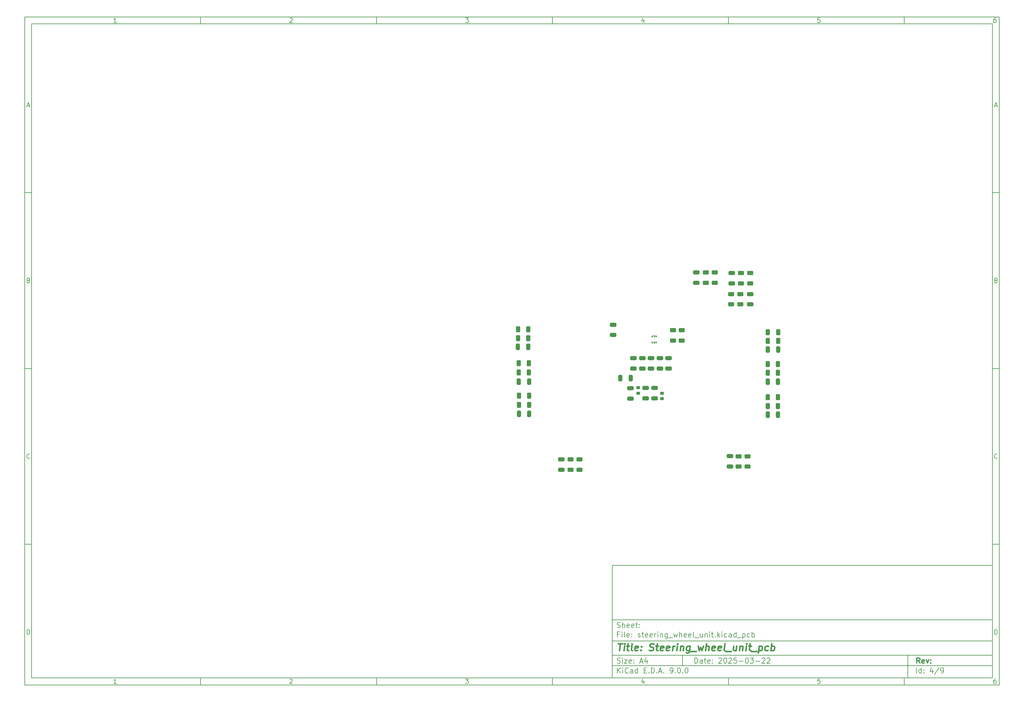
<source format=gbr>
%TF.GenerationSoftware,KiCad,Pcbnew,9.0.0*%
%TF.CreationDate,2025-04-02T22:26:08+02:00*%
%TF.ProjectId,steering_wheel_unit,73746565-7269-46e6-975f-776865656c5f,rev?*%
%TF.SameCoordinates,Original*%
%TF.FileFunction,Paste,Bot*%
%TF.FilePolarity,Positive*%
%FSLAX46Y46*%
G04 Gerber Fmt 4.6, Leading zero omitted, Abs format (unit mm)*
G04 Created by KiCad (PCBNEW 9.0.0) date 2025-04-02 22:26:08*
%MOMM*%
%LPD*%
G01*
G04 APERTURE LIST*
G04 Aperture macros list*
%AMRoundRect*
0 Rectangle with rounded corners*
0 $1 Rounding radius*
0 $2 $3 $4 $5 $6 $7 $8 $9 X,Y pos of 4 corners*
0 Add a 4 corners polygon primitive as box body*
4,1,4,$2,$3,$4,$5,$6,$7,$8,$9,$2,$3,0*
0 Add four circle primitives for the rounded corners*
1,1,$1+$1,$2,$3*
1,1,$1+$1,$4,$5*
1,1,$1+$1,$6,$7*
1,1,$1+$1,$8,$9*
0 Add four rect primitives between the rounded corners*
20,1,$1+$1,$2,$3,$4,$5,0*
20,1,$1+$1,$4,$5,$6,$7,0*
20,1,$1+$1,$6,$7,$8,$9,0*
20,1,$1+$1,$8,$9,$2,$3,0*%
G04 Aperture macros list end*
%ADD10C,0.100000*%
%ADD11C,0.150000*%
%ADD12C,0.300000*%
%ADD13C,0.400000*%
%ADD14RoundRect,0.250000X0.650000X-0.325000X0.650000X0.325000X-0.650000X0.325000X-0.650000X-0.325000X0*%
%ADD15RoundRect,0.250000X-0.650000X0.325000X-0.650000X-0.325000X0.650000X-0.325000X0.650000X0.325000X0*%
%ADD16RoundRect,0.250000X-0.312500X-0.625000X0.312500X-0.625000X0.312500X0.625000X-0.312500X0.625000X0*%
%ADD17RoundRect,0.250000X0.625000X-0.312500X0.625000X0.312500X-0.625000X0.312500X-0.625000X-0.312500X0*%
%ADD18RoundRect,0.250000X0.325000X0.650000X-0.325000X0.650000X-0.325000X-0.650000X0.325000X-0.650000X0*%
%ADD19RoundRect,0.093750X-0.093750X0.156250X-0.093750X-0.156250X0.093750X-0.156250X0.093750X0.156250X0*%
%ADD20RoundRect,0.075000X-0.075000X0.250000X-0.075000X-0.250000X0.075000X-0.250000X0.075000X0.250000X0*%
%ADD21RoundRect,0.250000X-0.325000X-0.650000X0.325000X-0.650000X0.325000X0.650000X-0.325000X0.650000X0*%
%ADD22RoundRect,0.250000X-0.625000X0.312500X-0.625000X-0.312500X0.625000X-0.312500X0.625000X0.312500X0*%
%ADD23RoundRect,0.135000X0.350000X-0.315000X0.350000X0.315000X-0.350000X0.315000X-0.350000X-0.315000X0*%
%ADD24RoundRect,0.250000X0.312500X0.625000X-0.312500X0.625000X-0.312500X-0.625000X0.312500X-0.625000X0*%
G04 APERTURE END LIST*
D10*
D11*
X177002200Y-166007200D02*
X285002200Y-166007200D01*
X285002200Y-198007200D01*
X177002200Y-198007200D01*
X177002200Y-166007200D01*
D10*
D11*
X10000000Y-10000000D02*
X287002200Y-10000000D01*
X287002200Y-200007200D01*
X10000000Y-200007200D01*
X10000000Y-10000000D01*
D10*
D11*
X12000000Y-12000000D02*
X285002200Y-12000000D01*
X285002200Y-198007200D01*
X12000000Y-198007200D01*
X12000000Y-12000000D01*
D10*
D11*
X60000000Y-12000000D02*
X60000000Y-10000000D01*
D10*
D11*
X110000000Y-12000000D02*
X110000000Y-10000000D01*
D10*
D11*
X160000000Y-12000000D02*
X160000000Y-10000000D01*
D10*
D11*
X210000000Y-12000000D02*
X210000000Y-10000000D01*
D10*
D11*
X260000000Y-12000000D02*
X260000000Y-10000000D01*
D10*
D11*
X36089160Y-11593604D02*
X35346303Y-11593604D01*
X35717731Y-11593604D02*
X35717731Y-10293604D01*
X35717731Y-10293604D02*
X35593922Y-10479319D01*
X35593922Y-10479319D02*
X35470112Y-10603128D01*
X35470112Y-10603128D02*
X35346303Y-10665033D01*
D10*
D11*
X85346303Y-10417414D02*
X85408207Y-10355509D01*
X85408207Y-10355509D02*
X85532017Y-10293604D01*
X85532017Y-10293604D02*
X85841541Y-10293604D01*
X85841541Y-10293604D02*
X85965350Y-10355509D01*
X85965350Y-10355509D02*
X86027255Y-10417414D01*
X86027255Y-10417414D02*
X86089160Y-10541223D01*
X86089160Y-10541223D02*
X86089160Y-10665033D01*
X86089160Y-10665033D02*
X86027255Y-10850747D01*
X86027255Y-10850747D02*
X85284398Y-11593604D01*
X85284398Y-11593604D02*
X86089160Y-11593604D01*
D10*
D11*
X135284398Y-10293604D02*
X136089160Y-10293604D01*
X136089160Y-10293604D02*
X135655826Y-10788842D01*
X135655826Y-10788842D02*
X135841541Y-10788842D01*
X135841541Y-10788842D02*
X135965350Y-10850747D01*
X135965350Y-10850747D02*
X136027255Y-10912652D01*
X136027255Y-10912652D02*
X136089160Y-11036461D01*
X136089160Y-11036461D02*
X136089160Y-11345985D01*
X136089160Y-11345985D02*
X136027255Y-11469795D01*
X136027255Y-11469795D02*
X135965350Y-11531700D01*
X135965350Y-11531700D02*
X135841541Y-11593604D01*
X135841541Y-11593604D02*
X135470112Y-11593604D01*
X135470112Y-11593604D02*
X135346303Y-11531700D01*
X135346303Y-11531700D02*
X135284398Y-11469795D01*
D10*
D11*
X185965350Y-10726938D02*
X185965350Y-11593604D01*
X185655826Y-10231700D02*
X185346303Y-11160271D01*
X185346303Y-11160271D02*
X186151064Y-11160271D01*
D10*
D11*
X236027255Y-10293604D02*
X235408207Y-10293604D01*
X235408207Y-10293604D02*
X235346303Y-10912652D01*
X235346303Y-10912652D02*
X235408207Y-10850747D01*
X235408207Y-10850747D02*
X235532017Y-10788842D01*
X235532017Y-10788842D02*
X235841541Y-10788842D01*
X235841541Y-10788842D02*
X235965350Y-10850747D01*
X235965350Y-10850747D02*
X236027255Y-10912652D01*
X236027255Y-10912652D02*
X236089160Y-11036461D01*
X236089160Y-11036461D02*
X236089160Y-11345985D01*
X236089160Y-11345985D02*
X236027255Y-11469795D01*
X236027255Y-11469795D02*
X235965350Y-11531700D01*
X235965350Y-11531700D02*
X235841541Y-11593604D01*
X235841541Y-11593604D02*
X235532017Y-11593604D01*
X235532017Y-11593604D02*
X235408207Y-11531700D01*
X235408207Y-11531700D02*
X235346303Y-11469795D01*
D10*
D11*
X285965350Y-10293604D02*
X285717731Y-10293604D01*
X285717731Y-10293604D02*
X285593922Y-10355509D01*
X285593922Y-10355509D02*
X285532017Y-10417414D01*
X285532017Y-10417414D02*
X285408207Y-10603128D01*
X285408207Y-10603128D02*
X285346303Y-10850747D01*
X285346303Y-10850747D02*
X285346303Y-11345985D01*
X285346303Y-11345985D02*
X285408207Y-11469795D01*
X285408207Y-11469795D02*
X285470112Y-11531700D01*
X285470112Y-11531700D02*
X285593922Y-11593604D01*
X285593922Y-11593604D02*
X285841541Y-11593604D01*
X285841541Y-11593604D02*
X285965350Y-11531700D01*
X285965350Y-11531700D02*
X286027255Y-11469795D01*
X286027255Y-11469795D02*
X286089160Y-11345985D01*
X286089160Y-11345985D02*
X286089160Y-11036461D01*
X286089160Y-11036461D02*
X286027255Y-10912652D01*
X286027255Y-10912652D02*
X285965350Y-10850747D01*
X285965350Y-10850747D02*
X285841541Y-10788842D01*
X285841541Y-10788842D02*
X285593922Y-10788842D01*
X285593922Y-10788842D02*
X285470112Y-10850747D01*
X285470112Y-10850747D02*
X285408207Y-10912652D01*
X285408207Y-10912652D02*
X285346303Y-11036461D01*
D10*
D11*
X60000000Y-198007200D02*
X60000000Y-200007200D01*
D10*
D11*
X110000000Y-198007200D02*
X110000000Y-200007200D01*
D10*
D11*
X160000000Y-198007200D02*
X160000000Y-200007200D01*
D10*
D11*
X210000000Y-198007200D02*
X210000000Y-200007200D01*
D10*
D11*
X260000000Y-198007200D02*
X260000000Y-200007200D01*
D10*
D11*
X36089160Y-199600804D02*
X35346303Y-199600804D01*
X35717731Y-199600804D02*
X35717731Y-198300804D01*
X35717731Y-198300804D02*
X35593922Y-198486519D01*
X35593922Y-198486519D02*
X35470112Y-198610328D01*
X35470112Y-198610328D02*
X35346303Y-198672233D01*
D10*
D11*
X85346303Y-198424614D02*
X85408207Y-198362709D01*
X85408207Y-198362709D02*
X85532017Y-198300804D01*
X85532017Y-198300804D02*
X85841541Y-198300804D01*
X85841541Y-198300804D02*
X85965350Y-198362709D01*
X85965350Y-198362709D02*
X86027255Y-198424614D01*
X86027255Y-198424614D02*
X86089160Y-198548423D01*
X86089160Y-198548423D02*
X86089160Y-198672233D01*
X86089160Y-198672233D02*
X86027255Y-198857947D01*
X86027255Y-198857947D02*
X85284398Y-199600804D01*
X85284398Y-199600804D02*
X86089160Y-199600804D01*
D10*
D11*
X135284398Y-198300804D02*
X136089160Y-198300804D01*
X136089160Y-198300804D02*
X135655826Y-198796042D01*
X135655826Y-198796042D02*
X135841541Y-198796042D01*
X135841541Y-198796042D02*
X135965350Y-198857947D01*
X135965350Y-198857947D02*
X136027255Y-198919852D01*
X136027255Y-198919852D02*
X136089160Y-199043661D01*
X136089160Y-199043661D02*
X136089160Y-199353185D01*
X136089160Y-199353185D02*
X136027255Y-199476995D01*
X136027255Y-199476995D02*
X135965350Y-199538900D01*
X135965350Y-199538900D02*
X135841541Y-199600804D01*
X135841541Y-199600804D02*
X135470112Y-199600804D01*
X135470112Y-199600804D02*
X135346303Y-199538900D01*
X135346303Y-199538900D02*
X135284398Y-199476995D01*
D10*
D11*
X185965350Y-198734138D02*
X185965350Y-199600804D01*
X185655826Y-198238900D02*
X185346303Y-199167471D01*
X185346303Y-199167471D02*
X186151064Y-199167471D01*
D10*
D11*
X236027255Y-198300804D02*
X235408207Y-198300804D01*
X235408207Y-198300804D02*
X235346303Y-198919852D01*
X235346303Y-198919852D02*
X235408207Y-198857947D01*
X235408207Y-198857947D02*
X235532017Y-198796042D01*
X235532017Y-198796042D02*
X235841541Y-198796042D01*
X235841541Y-198796042D02*
X235965350Y-198857947D01*
X235965350Y-198857947D02*
X236027255Y-198919852D01*
X236027255Y-198919852D02*
X236089160Y-199043661D01*
X236089160Y-199043661D02*
X236089160Y-199353185D01*
X236089160Y-199353185D02*
X236027255Y-199476995D01*
X236027255Y-199476995D02*
X235965350Y-199538900D01*
X235965350Y-199538900D02*
X235841541Y-199600804D01*
X235841541Y-199600804D02*
X235532017Y-199600804D01*
X235532017Y-199600804D02*
X235408207Y-199538900D01*
X235408207Y-199538900D02*
X235346303Y-199476995D01*
D10*
D11*
X285965350Y-198300804D02*
X285717731Y-198300804D01*
X285717731Y-198300804D02*
X285593922Y-198362709D01*
X285593922Y-198362709D02*
X285532017Y-198424614D01*
X285532017Y-198424614D02*
X285408207Y-198610328D01*
X285408207Y-198610328D02*
X285346303Y-198857947D01*
X285346303Y-198857947D02*
X285346303Y-199353185D01*
X285346303Y-199353185D02*
X285408207Y-199476995D01*
X285408207Y-199476995D02*
X285470112Y-199538900D01*
X285470112Y-199538900D02*
X285593922Y-199600804D01*
X285593922Y-199600804D02*
X285841541Y-199600804D01*
X285841541Y-199600804D02*
X285965350Y-199538900D01*
X285965350Y-199538900D02*
X286027255Y-199476995D01*
X286027255Y-199476995D02*
X286089160Y-199353185D01*
X286089160Y-199353185D02*
X286089160Y-199043661D01*
X286089160Y-199043661D02*
X286027255Y-198919852D01*
X286027255Y-198919852D02*
X285965350Y-198857947D01*
X285965350Y-198857947D02*
X285841541Y-198796042D01*
X285841541Y-198796042D02*
X285593922Y-198796042D01*
X285593922Y-198796042D02*
X285470112Y-198857947D01*
X285470112Y-198857947D02*
X285408207Y-198919852D01*
X285408207Y-198919852D02*
X285346303Y-199043661D01*
D10*
D11*
X10000000Y-60000000D02*
X12000000Y-60000000D01*
D10*
D11*
X10000000Y-110000000D02*
X12000000Y-110000000D01*
D10*
D11*
X10000000Y-160000000D02*
X12000000Y-160000000D01*
D10*
D11*
X10690476Y-35222176D02*
X11309523Y-35222176D01*
X10566666Y-35593604D02*
X10999999Y-34293604D01*
X10999999Y-34293604D02*
X11433333Y-35593604D01*
D10*
D11*
X11092857Y-84912652D02*
X11278571Y-84974557D01*
X11278571Y-84974557D02*
X11340476Y-85036461D01*
X11340476Y-85036461D02*
X11402380Y-85160271D01*
X11402380Y-85160271D02*
X11402380Y-85345985D01*
X11402380Y-85345985D02*
X11340476Y-85469795D01*
X11340476Y-85469795D02*
X11278571Y-85531700D01*
X11278571Y-85531700D02*
X11154761Y-85593604D01*
X11154761Y-85593604D02*
X10659523Y-85593604D01*
X10659523Y-85593604D02*
X10659523Y-84293604D01*
X10659523Y-84293604D02*
X11092857Y-84293604D01*
X11092857Y-84293604D02*
X11216666Y-84355509D01*
X11216666Y-84355509D02*
X11278571Y-84417414D01*
X11278571Y-84417414D02*
X11340476Y-84541223D01*
X11340476Y-84541223D02*
X11340476Y-84665033D01*
X11340476Y-84665033D02*
X11278571Y-84788842D01*
X11278571Y-84788842D02*
X11216666Y-84850747D01*
X11216666Y-84850747D02*
X11092857Y-84912652D01*
X11092857Y-84912652D02*
X10659523Y-84912652D01*
D10*
D11*
X11402380Y-135469795D02*
X11340476Y-135531700D01*
X11340476Y-135531700D02*
X11154761Y-135593604D01*
X11154761Y-135593604D02*
X11030952Y-135593604D01*
X11030952Y-135593604D02*
X10845238Y-135531700D01*
X10845238Y-135531700D02*
X10721428Y-135407890D01*
X10721428Y-135407890D02*
X10659523Y-135284080D01*
X10659523Y-135284080D02*
X10597619Y-135036461D01*
X10597619Y-135036461D02*
X10597619Y-134850747D01*
X10597619Y-134850747D02*
X10659523Y-134603128D01*
X10659523Y-134603128D02*
X10721428Y-134479319D01*
X10721428Y-134479319D02*
X10845238Y-134355509D01*
X10845238Y-134355509D02*
X11030952Y-134293604D01*
X11030952Y-134293604D02*
X11154761Y-134293604D01*
X11154761Y-134293604D02*
X11340476Y-134355509D01*
X11340476Y-134355509D02*
X11402380Y-134417414D01*
D10*
D11*
X10659523Y-185593604D02*
X10659523Y-184293604D01*
X10659523Y-184293604D02*
X10969047Y-184293604D01*
X10969047Y-184293604D02*
X11154761Y-184355509D01*
X11154761Y-184355509D02*
X11278571Y-184479319D01*
X11278571Y-184479319D02*
X11340476Y-184603128D01*
X11340476Y-184603128D02*
X11402380Y-184850747D01*
X11402380Y-184850747D02*
X11402380Y-185036461D01*
X11402380Y-185036461D02*
X11340476Y-185284080D01*
X11340476Y-185284080D02*
X11278571Y-185407890D01*
X11278571Y-185407890D02*
X11154761Y-185531700D01*
X11154761Y-185531700D02*
X10969047Y-185593604D01*
X10969047Y-185593604D02*
X10659523Y-185593604D01*
D10*
D11*
X287002200Y-60000000D02*
X285002200Y-60000000D01*
D10*
D11*
X287002200Y-110000000D02*
X285002200Y-110000000D01*
D10*
D11*
X287002200Y-160000000D02*
X285002200Y-160000000D01*
D10*
D11*
X285692676Y-35222176D02*
X286311723Y-35222176D01*
X285568866Y-35593604D02*
X286002199Y-34293604D01*
X286002199Y-34293604D02*
X286435533Y-35593604D01*
D10*
D11*
X286095057Y-84912652D02*
X286280771Y-84974557D01*
X286280771Y-84974557D02*
X286342676Y-85036461D01*
X286342676Y-85036461D02*
X286404580Y-85160271D01*
X286404580Y-85160271D02*
X286404580Y-85345985D01*
X286404580Y-85345985D02*
X286342676Y-85469795D01*
X286342676Y-85469795D02*
X286280771Y-85531700D01*
X286280771Y-85531700D02*
X286156961Y-85593604D01*
X286156961Y-85593604D02*
X285661723Y-85593604D01*
X285661723Y-85593604D02*
X285661723Y-84293604D01*
X285661723Y-84293604D02*
X286095057Y-84293604D01*
X286095057Y-84293604D02*
X286218866Y-84355509D01*
X286218866Y-84355509D02*
X286280771Y-84417414D01*
X286280771Y-84417414D02*
X286342676Y-84541223D01*
X286342676Y-84541223D02*
X286342676Y-84665033D01*
X286342676Y-84665033D02*
X286280771Y-84788842D01*
X286280771Y-84788842D02*
X286218866Y-84850747D01*
X286218866Y-84850747D02*
X286095057Y-84912652D01*
X286095057Y-84912652D02*
X285661723Y-84912652D01*
D10*
D11*
X286404580Y-135469795D02*
X286342676Y-135531700D01*
X286342676Y-135531700D02*
X286156961Y-135593604D01*
X286156961Y-135593604D02*
X286033152Y-135593604D01*
X286033152Y-135593604D02*
X285847438Y-135531700D01*
X285847438Y-135531700D02*
X285723628Y-135407890D01*
X285723628Y-135407890D02*
X285661723Y-135284080D01*
X285661723Y-135284080D02*
X285599819Y-135036461D01*
X285599819Y-135036461D02*
X285599819Y-134850747D01*
X285599819Y-134850747D02*
X285661723Y-134603128D01*
X285661723Y-134603128D02*
X285723628Y-134479319D01*
X285723628Y-134479319D02*
X285847438Y-134355509D01*
X285847438Y-134355509D02*
X286033152Y-134293604D01*
X286033152Y-134293604D02*
X286156961Y-134293604D01*
X286156961Y-134293604D02*
X286342676Y-134355509D01*
X286342676Y-134355509D02*
X286404580Y-134417414D01*
D10*
D11*
X285661723Y-185593604D02*
X285661723Y-184293604D01*
X285661723Y-184293604D02*
X285971247Y-184293604D01*
X285971247Y-184293604D02*
X286156961Y-184355509D01*
X286156961Y-184355509D02*
X286280771Y-184479319D01*
X286280771Y-184479319D02*
X286342676Y-184603128D01*
X286342676Y-184603128D02*
X286404580Y-184850747D01*
X286404580Y-184850747D02*
X286404580Y-185036461D01*
X286404580Y-185036461D02*
X286342676Y-185284080D01*
X286342676Y-185284080D02*
X286280771Y-185407890D01*
X286280771Y-185407890D02*
X286156961Y-185531700D01*
X286156961Y-185531700D02*
X285971247Y-185593604D01*
X285971247Y-185593604D02*
X285661723Y-185593604D01*
D10*
D11*
X200458026Y-193793328D02*
X200458026Y-192293328D01*
X200458026Y-192293328D02*
X200815169Y-192293328D01*
X200815169Y-192293328D02*
X201029455Y-192364757D01*
X201029455Y-192364757D02*
X201172312Y-192507614D01*
X201172312Y-192507614D02*
X201243741Y-192650471D01*
X201243741Y-192650471D02*
X201315169Y-192936185D01*
X201315169Y-192936185D02*
X201315169Y-193150471D01*
X201315169Y-193150471D02*
X201243741Y-193436185D01*
X201243741Y-193436185D02*
X201172312Y-193579042D01*
X201172312Y-193579042D02*
X201029455Y-193721900D01*
X201029455Y-193721900D02*
X200815169Y-193793328D01*
X200815169Y-193793328D02*
X200458026Y-193793328D01*
X202600884Y-193793328D02*
X202600884Y-193007614D01*
X202600884Y-193007614D02*
X202529455Y-192864757D01*
X202529455Y-192864757D02*
X202386598Y-192793328D01*
X202386598Y-192793328D02*
X202100884Y-192793328D01*
X202100884Y-192793328D02*
X201958026Y-192864757D01*
X202600884Y-193721900D02*
X202458026Y-193793328D01*
X202458026Y-193793328D02*
X202100884Y-193793328D01*
X202100884Y-193793328D02*
X201958026Y-193721900D01*
X201958026Y-193721900D02*
X201886598Y-193579042D01*
X201886598Y-193579042D02*
X201886598Y-193436185D01*
X201886598Y-193436185D02*
X201958026Y-193293328D01*
X201958026Y-193293328D02*
X202100884Y-193221900D01*
X202100884Y-193221900D02*
X202458026Y-193221900D01*
X202458026Y-193221900D02*
X202600884Y-193150471D01*
X203100884Y-192793328D02*
X203672312Y-192793328D01*
X203315169Y-192293328D02*
X203315169Y-193579042D01*
X203315169Y-193579042D02*
X203386598Y-193721900D01*
X203386598Y-193721900D02*
X203529455Y-193793328D01*
X203529455Y-193793328D02*
X203672312Y-193793328D01*
X204743741Y-193721900D02*
X204600884Y-193793328D01*
X204600884Y-193793328D02*
X204315170Y-193793328D01*
X204315170Y-193793328D02*
X204172312Y-193721900D01*
X204172312Y-193721900D02*
X204100884Y-193579042D01*
X204100884Y-193579042D02*
X204100884Y-193007614D01*
X204100884Y-193007614D02*
X204172312Y-192864757D01*
X204172312Y-192864757D02*
X204315170Y-192793328D01*
X204315170Y-192793328D02*
X204600884Y-192793328D01*
X204600884Y-192793328D02*
X204743741Y-192864757D01*
X204743741Y-192864757D02*
X204815170Y-193007614D01*
X204815170Y-193007614D02*
X204815170Y-193150471D01*
X204815170Y-193150471D02*
X204100884Y-193293328D01*
X205458026Y-193650471D02*
X205529455Y-193721900D01*
X205529455Y-193721900D02*
X205458026Y-193793328D01*
X205458026Y-193793328D02*
X205386598Y-193721900D01*
X205386598Y-193721900D02*
X205458026Y-193650471D01*
X205458026Y-193650471D02*
X205458026Y-193793328D01*
X205458026Y-192864757D02*
X205529455Y-192936185D01*
X205529455Y-192936185D02*
X205458026Y-193007614D01*
X205458026Y-193007614D02*
X205386598Y-192936185D01*
X205386598Y-192936185D02*
X205458026Y-192864757D01*
X205458026Y-192864757D02*
X205458026Y-193007614D01*
X207243741Y-192436185D02*
X207315169Y-192364757D01*
X207315169Y-192364757D02*
X207458027Y-192293328D01*
X207458027Y-192293328D02*
X207815169Y-192293328D01*
X207815169Y-192293328D02*
X207958027Y-192364757D01*
X207958027Y-192364757D02*
X208029455Y-192436185D01*
X208029455Y-192436185D02*
X208100884Y-192579042D01*
X208100884Y-192579042D02*
X208100884Y-192721900D01*
X208100884Y-192721900D02*
X208029455Y-192936185D01*
X208029455Y-192936185D02*
X207172312Y-193793328D01*
X207172312Y-193793328D02*
X208100884Y-193793328D01*
X209029455Y-192293328D02*
X209172312Y-192293328D01*
X209172312Y-192293328D02*
X209315169Y-192364757D01*
X209315169Y-192364757D02*
X209386598Y-192436185D01*
X209386598Y-192436185D02*
X209458026Y-192579042D01*
X209458026Y-192579042D02*
X209529455Y-192864757D01*
X209529455Y-192864757D02*
X209529455Y-193221900D01*
X209529455Y-193221900D02*
X209458026Y-193507614D01*
X209458026Y-193507614D02*
X209386598Y-193650471D01*
X209386598Y-193650471D02*
X209315169Y-193721900D01*
X209315169Y-193721900D02*
X209172312Y-193793328D01*
X209172312Y-193793328D02*
X209029455Y-193793328D01*
X209029455Y-193793328D02*
X208886598Y-193721900D01*
X208886598Y-193721900D02*
X208815169Y-193650471D01*
X208815169Y-193650471D02*
X208743740Y-193507614D01*
X208743740Y-193507614D02*
X208672312Y-193221900D01*
X208672312Y-193221900D02*
X208672312Y-192864757D01*
X208672312Y-192864757D02*
X208743740Y-192579042D01*
X208743740Y-192579042D02*
X208815169Y-192436185D01*
X208815169Y-192436185D02*
X208886598Y-192364757D01*
X208886598Y-192364757D02*
X209029455Y-192293328D01*
X210100883Y-192436185D02*
X210172311Y-192364757D01*
X210172311Y-192364757D02*
X210315169Y-192293328D01*
X210315169Y-192293328D02*
X210672311Y-192293328D01*
X210672311Y-192293328D02*
X210815169Y-192364757D01*
X210815169Y-192364757D02*
X210886597Y-192436185D01*
X210886597Y-192436185D02*
X210958026Y-192579042D01*
X210958026Y-192579042D02*
X210958026Y-192721900D01*
X210958026Y-192721900D02*
X210886597Y-192936185D01*
X210886597Y-192936185D02*
X210029454Y-193793328D01*
X210029454Y-193793328D02*
X210958026Y-193793328D01*
X212315168Y-192293328D02*
X211600882Y-192293328D01*
X211600882Y-192293328D02*
X211529454Y-193007614D01*
X211529454Y-193007614D02*
X211600882Y-192936185D01*
X211600882Y-192936185D02*
X211743740Y-192864757D01*
X211743740Y-192864757D02*
X212100882Y-192864757D01*
X212100882Y-192864757D02*
X212243740Y-192936185D01*
X212243740Y-192936185D02*
X212315168Y-193007614D01*
X212315168Y-193007614D02*
X212386597Y-193150471D01*
X212386597Y-193150471D02*
X212386597Y-193507614D01*
X212386597Y-193507614D02*
X212315168Y-193650471D01*
X212315168Y-193650471D02*
X212243740Y-193721900D01*
X212243740Y-193721900D02*
X212100882Y-193793328D01*
X212100882Y-193793328D02*
X211743740Y-193793328D01*
X211743740Y-193793328D02*
X211600882Y-193721900D01*
X211600882Y-193721900D02*
X211529454Y-193650471D01*
X213029453Y-193221900D02*
X214172311Y-193221900D01*
X215172311Y-192293328D02*
X215315168Y-192293328D01*
X215315168Y-192293328D02*
X215458025Y-192364757D01*
X215458025Y-192364757D02*
X215529454Y-192436185D01*
X215529454Y-192436185D02*
X215600882Y-192579042D01*
X215600882Y-192579042D02*
X215672311Y-192864757D01*
X215672311Y-192864757D02*
X215672311Y-193221900D01*
X215672311Y-193221900D02*
X215600882Y-193507614D01*
X215600882Y-193507614D02*
X215529454Y-193650471D01*
X215529454Y-193650471D02*
X215458025Y-193721900D01*
X215458025Y-193721900D02*
X215315168Y-193793328D01*
X215315168Y-193793328D02*
X215172311Y-193793328D01*
X215172311Y-193793328D02*
X215029454Y-193721900D01*
X215029454Y-193721900D02*
X214958025Y-193650471D01*
X214958025Y-193650471D02*
X214886596Y-193507614D01*
X214886596Y-193507614D02*
X214815168Y-193221900D01*
X214815168Y-193221900D02*
X214815168Y-192864757D01*
X214815168Y-192864757D02*
X214886596Y-192579042D01*
X214886596Y-192579042D02*
X214958025Y-192436185D01*
X214958025Y-192436185D02*
X215029454Y-192364757D01*
X215029454Y-192364757D02*
X215172311Y-192293328D01*
X216172310Y-192293328D02*
X217100882Y-192293328D01*
X217100882Y-192293328D02*
X216600882Y-192864757D01*
X216600882Y-192864757D02*
X216815167Y-192864757D01*
X216815167Y-192864757D02*
X216958025Y-192936185D01*
X216958025Y-192936185D02*
X217029453Y-193007614D01*
X217029453Y-193007614D02*
X217100882Y-193150471D01*
X217100882Y-193150471D02*
X217100882Y-193507614D01*
X217100882Y-193507614D02*
X217029453Y-193650471D01*
X217029453Y-193650471D02*
X216958025Y-193721900D01*
X216958025Y-193721900D02*
X216815167Y-193793328D01*
X216815167Y-193793328D02*
X216386596Y-193793328D01*
X216386596Y-193793328D02*
X216243739Y-193721900D01*
X216243739Y-193721900D02*
X216172310Y-193650471D01*
X217743738Y-193221900D02*
X218886596Y-193221900D01*
X219529453Y-192436185D02*
X219600881Y-192364757D01*
X219600881Y-192364757D02*
X219743739Y-192293328D01*
X219743739Y-192293328D02*
X220100881Y-192293328D01*
X220100881Y-192293328D02*
X220243739Y-192364757D01*
X220243739Y-192364757D02*
X220315167Y-192436185D01*
X220315167Y-192436185D02*
X220386596Y-192579042D01*
X220386596Y-192579042D02*
X220386596Y-192721900D01*
X220386596Y-192721900D02*
X220315167Y-192936185D01*
X220315167Y-192936185D02*
X219458024Y-193793328D01*
X219458024Y-193793328D02*
X220386596Y-193793328D01*
X220958024Y-192436185D02*
X221029452Y-192364757D01*
X221029452Y-192364757D02*
X221172310Y-192293328D01*
X221172310Y-192293328D02*
X221529452Y-192293328D01*
X221529452Y-192293328D02*
X221672310Y-192364757D01*
X221672310Y-192364757D02*
X221743738Y-192436185D01*
X221743738Y-192436185D02*
X221815167Y-192579042D01*
X221815167Y-192579042D02*
X221815167Y-192721900D01*
X221815167Y-192721900D02*
X221743738Y-192936185D01*
X221743738Y-192936185D02*
X220886595Y-193793328D01*
X220886595Y-193793328D02*
X221815167Y-193793328D01*
D10*
D11*
X177002200Y-194507200D02*
X285002200Y-194507200D01*
D10*
D11*
X178458026Y-196593328D02*
X178458026Y-195093328D01*
X179315169Y-196593328D02*
X178672312Y-195736185D01*
X179315169Y-195093328D02*
X178458026Y-195950471D01*
X179958026Y-196593328D02*
X179958026Y-195593328D01*
X179958026Y-195093328D02*
X179886598Y-195164757D01*
X179886598Y-195164757D02*
X179958026Y-195236185D01*
X179958026Y-195236185D02*
X180029455Y-195164757D01*
X180029455Y-195164757D02*
X179958026Y-195093328D01*
X179958026Y-195093328D02*
X179958026Y-195236185D01*
X181529455Y-196450471D02*
X181458027Y-196521900D01*
X181458027Y-196521900D02*
X181243741Y-196593328D01*
X181243741Y-196593328D02*
X181100884Y-196593328D01*
X181100884Y-196593328D02*
X180886598Y-196521900D01*
X180886598Y-196521900D02*
X180743741Y-196379042D01*
X180743741Y-196379042D02*
X180672312Y-196236185D01*
X180672312Y-196236185D02*
X180600884Y-195950471D01*
X180600884Y-195950471D02*
X180600884Y-195736185D01*
X180600884Y-195736185D02*
X180672312Y-195450471D01*
X180672312Y-195450471D02*
X180743741Y-195307614D01*
X180743741Y-195307614D02*
X180886598Y-195164757D01*
X180886598Y-195164757D02*
X181100884Y-195093328D01*
X181100884Y-195093328D02*
X181243741Y-195093328D01*
X181243741Y-195093328D02*
X181458027Y-195164757D01*
X181458027Y-195164757D02*
X181529455Y-195236185D01*
X182815170Y-196593328D02*
X182815170Y-195807614D01*
X182815170Y-195807614D02*
X182743741Y-195664757D01*
X182743741Y-195664757D02*
X182600884Y-195593328D01*
X182600884Y-195593328D02*
X182315170Y-195593328D01*
X182315170Y-195593328D02*
X182172312Y-195664757D01*
X182815170Y-196521900D02*
X182672312Y-196593328D01*
X182672312Y-196593328D02*
X182315170Y-196593328D01*
X182315170Y-196593328D02*
X182172312Y-196521900D01*
X182172312Y-196521900D02*
X182100884Y-196379042D01*
X182100884Y-196379042D02*
X182100884Y-196236185D01*
X182100884Y-196236185D02*
X182172312Y-196093328D01*
X182172312Y-196093328D02*
X182315170Y-196021900D01*
X182315170Y-196021900D02*
X182672312Y-196021900D01*
X182672312Y-196021900D02*
X182815170Y-195950471D01*
X184172313Y-196593328D02*
X184172313Y-195093328D01*
X184172313Y-196521900D02*
X184029455Y-196593328D01*
X184029455Y-196593328D02*
X183743741Y-196593328D01*
X183743741Y-196593328D02*
X183600884Y-196521900D01*
X183600884Y-196521900D02*
X183529455Y-196450471D01*
X183529455Y-196450471D02*
X183458027Y-196307614D01*
X183458027Y-196307614D02*
X183458027Y-195879042D01*
X183458027Y-195879042D02*
X183529455Y-195736185D01*
X183529455Y-195736185D02*
X183600884Y-195664757D01*
X183600884Y-195664757D02*
X183743741Y-195593328D01*
X183743741Y-195593328D02*
X184029455Y-195593328D01*
X184029455Y-195593328D02*
X184172313Y-195664757D01*
X186029455Y-195807614D02*
X186529455Y-195807614D01*
X186743741Y-196593328D02*
X186029455Y-196593328D01*
X186029455Y-196593328D02*
X186029455Y-195093328D01*
X186029455Y-195093328D02*
X186743741Y-195093328D01*
X187386598Y-196450471D02*
X187458027Y-196521900D01*
X187458027Y-196521900D02*
X187386598Y-196593328D01*
X187386598Y-196593328D02*
X187315170Y-196521900D01*
X187315170Y-196521900D02*
X187386598Y-196450471D01*
X187386598Y-196450471D02*
X187386598Y-196593328D01*
X188100884Y-196593328D02*
X188100884Y-195093328D01*
X188100884Y-195093328D02*
X188458027Y-195093328D01*
X188458027Y-195093328D02*
X188672313Y-195164757D01*
X188672313Y-195164757D02*
X188815170Y-195307614D01*
X188815170Y-195307614D02*
X188886599Y-195450471D01*
X188886599Y-195450471D02*
X188958027Y-195736185D01*
X188958027Y-195736185D02*
X188958027Y-195950471D01*
X188958027Y-195950471D02*
X188886599Y-196236185D01*
X188886599Y-196236185D02*
X188815170Y-196379042D01*
X188815170Y-196379042D02*
X188672313Y-196521900D01*
X188672313Y-196521900D02*
X188458027Y-196593328D01*
X188458027Y-196593328D02*
X188100884Y-196593328D01*
X189600884Y-196450471D02*
X189672313Y-196521900D01*
X189672313Y-196521900D02*
X189600884Y-196593328D01*
X189600884Y-196593328D02*
X189529456Y-196521900D01*
X189529456Y-196521900D02*
X189600884Y-196450471D01*
X189600884Y-196450471D02*
X189600884Y-196593328D01*
X190243742Y-196164757D02*
X190958028Y-196164757D01*
X190100885Y-196593328D02*
X190600885Y-195093328D01*
X190600885Y-195093328D02*
X191100885Y-196593328D01*
X191600884Y-196450471D02*
X191672313Y-196521900D01*
X191672313Y-196521900D02*
X191600884Y-196593328D01*
X191600884Y-196593328D02*
X191529456Y-196521900D01*
X191529456Y-196521900D02*
X191600884Y-196450471D01*
X191600884Y-196450471D02*
X191600884Y-196593328D01*
X193529456Y-196593328D02*
X193815170Y-196593328D01*
X193815170Y-196593328D02*
X193958027Y-196521900D01*
X193958027Y-196521900D02*
X194029456Y-196450471D01*
X194029456Y-196450471D02*
X194172313Y-196236185D01*
X194172313Y-196236185D02*
X194243742Y-195950471D01*
X194243742Y-195950471D02*
X194243742Y-195379042D01*
X194243742Y-195379042D02*
X194172313Y-195236185D01*
X194172313Y-195236185D02*
X194100885Y-195164757D01*
X194100885Y-195164757D02*
X193958027Y-195093328D01*
X193958027Y-195093328D02*
X193672313Y-195093328D01*
X193672313Y-195093328D02*
X193529456Y-195164757D01*
X193529456Y-195164757D02*
X193458027Y-195236185D01*
X193458027Y-195236185D02*
X193386599Y-195379042D01*
X193386599Y-195379042D02*
X193386599Y-195736185D01*
X193386599Y-195736185D02*
X193458027Y-195879042D01*
X193458027Y-195879042D02*
X193529456Y-195950471D01*
X193529456Y-195950471D02*
X193672313Y-196021900D01*
X193672313Y-196021900D02*
X193958027Y-196021900D01*
X193958027Y-196021900D02*
X194100885Y-195950471D01*
X194100885Y-195950471D02*
X194172313Y-195879042D01*
X194172313Y-195879042D02*
X194243742Y-195736185D01*
X194886598Y-196450471D02*
X194958027Y-196521900D01*
X194958027Y-196521900D02*
X194886598Y-196593328D01*
X194886598Y-196593328D02*
X194815170Y-196521900D01*
X194815170Y-196521900D02*
X194886598Y-196450471D01*
X194886598Y-196450471D02*
X194886598Y-196593328D01*
X195886599Y-195093328D02*
X196029456Y-195093328D01*
X196029456Y-195093328D02*
X196172313Y-195164757D01*
X196172313Y-195164757D02*
X196243742Y-195236185D01*
X196243742Y-195236185D02*
X196315170Y-195379042D01*
X196315170Y-195379042D02*
X196386599Y-195664757D01*
X196386599Y-195664757D02*
X196386599Y-196021900D01*
X196386599Y-196021900D02*
X196315170Y-196307614D01*
X196315170Y-196307614D02*
X196243742Y-196450471D01*
X196243742Y-196450471D02*
X196172313Y-196521900D01*
X196172313Y-196521900D02*
X196029456Y-196593328D01*
X196029456Y-196593328D02*
X195886599Y-196593328D01*
X195886599Y-196593328D02*
X195743742Y-196521900D01*
X195743742Y-196521900D02*
X195672313Y-196450471D01*
X195672313Y-196450471D02*
X195600884Y-196307614D01*
X195600884Y-196307614D02*
X195529456Y-196021900D01*
X195529456Y-196021900D02*
X195529456Y-195664757D01*
X195529456Y-195664757D02*
X195600884Y-195379042D01*
X195600884Y-195379042D02*
X195672313Y-195236185D01*
X195672313Y-195236185D02*
X195743742Y-195164757D01*
X195743742Y-195164757D02*
X195886599Y-195093328D01*
X197029455Y-196450471D02*
X197100884Y-196521900D01*
X197100884Y-196521900D02*
X197029455Y-196593328D01*
X197029455Y-196593328D02*
X196958027Y-196521900D01*
X196958027Y-196521900D02*
X197029455Y-196450471D01*
X197029455Y-196450471D02*
X197029455Y-196593328D01*
X198029456Y-195093328D02*
X198172313Y-195093328D01*
X198172313Y-195093328D02*
X198315170Y-195164757D01*
X198315170Y-195164757D02*
X198386599Y-195236185D01*
X198386599Y-195236185D02*
X198458027Y-195379042D01*
X198458027Y-195379042D02*
X198529456Y-195664757D01*
X198529456Y-195664757D02*
X198529456Y-196021900D01*
X198529456Y-196021900D02*
X198458027Y-196307614D01*
X198458027Y-196307614D02*
X198386599Y-196450471D01*
X198386599Y-196450471D02*
X198315170Y-196521900D01*
X198315170Y-196521900D02*
X198172313Y-196593328D01*
X198172313Y-196593328D02*
X198029456Y-196593328D01*
X198029456Y-196593328D02*
X197886599Y-196521900D01*
X197886599Y-196521900D02*
X197815170Y-196450471D01*
X197815170Y-196450471D02*
X197743741Y-196307614D01*
X197743741Y-196307614D02*
X197672313Y-196021900D01*
X197672313Y-196021900D02*
X197672313Y-195664757D01*
X197672313Y-195664757D02*
X197743741Y-195379042D01*
X197743741Y-195379042D02*
X197815170Y-195236185D01*
X197815170Y-195236185D02*
X197886599Y-195164757D01*
X197886599Y-195164757D02*
X198029456Y-195093328D01*
D10*
D11*
X177002200Y-191507200D02*
X285002200Y-191507200D01*
D10*
D12*
X264413853Y-193785528D02*
X263913853Y-193071242D01*
X263556710Y-193785528D02*
X263556710Y-192285528D01*
X263556710Y-192285528D02*
X264128139Y-192285528D01*
X264128139Y-192285528D02*
X264270996Y-192356957D01*
X264270996Y-192356957D02*
X264342425Y-192428385D01*
X264342425Y-192428385D02*
X264413853Y-192571242D01*
X264413853Y-192571242D02*
X264413853Y-192785528D01*
X264413853Y-192785528D02*
X264342425Y-192928385D01*
X264342425Y-192928385D02*
X264270996Y-192999814D01*
X264270996Y-192999814D02*
X264128139Y-193071242D01*
X264128139Y-193071242D02*
X263556710Y-193071242D01*
X265628139Y-193714100D02*
X265485282Y-193785528D01*
X265485282Y-193785528D02*
X265199568Y-193785528D01*
X265199568Y-193785528D02*
X265056710Y-193714100D01*
X265056710Y-193714100D02*
X264985282Y-193571242D01*
X264985282Y-193571242D02*
X264985282Y-192999814D01*
X264985282Y-192999814D02*
X265056710Y-192856957D01*
X265056710Y-192856957D02*
X265199568Y-192785528D01*
X265199568Y-192785528D02*
X265485282Y-192785528D01*
X265485282Y-192785528D02*
X265628139Y-192856957D01*
X265628139Y-192856957D02*
X265699568Y-192999814D01*
X265699568Y-192999814D02*
X265699568Y-193142671D01*
X265699568Y-193142671D02*
X264985282Y-193285528D01*
X266199567Y-192785528D02*
X266556710Y-193785528D01*
X266556710Y-193785528D02*
X266913853Y-192785528D01*
X267485281Y-193642671D02*
X267556710Y-193714100D01*
X267556710Y-193714100D02*
X267485281Y-193785528D01*
X267485281Y-193785528D02*
X267413853Y-193714100D01*
X267413853Y-193714100D02*
X267485281Y-193642671D01*
X267485281Y-193642671D02*
X267485281Y-193785528D01*
X267485281Y-192856957D02*
X267556710Y-192928385D01*
X267556710Y-192928385D02*
X267485281Y-192999814D01*
X267485281Y-192999814D02*
X267413853Y-192928385D01*
X267413853Y-192928385D02*
X267485281Y-192856957D01*
X267485281Y-192856957D02*
X267485281Y-192999814D01*
D10*
D11*
X178386598Y-193721900D02*
X178600884Y-193793328D01*
X178600884Y-193793328D02*
X178958026Y-193793328D01*
X178958026Y-193793328D02*
X179100884Y-193721900D01*
X179100884Y-193721900D02*
X179172312Y-193650471D01*
X179172312Y-193650471D02*
X179243741Y-193507614D01*
X179243741Y-193507614D02*
X179243741Y-193364757D01*
X179243741Y-193364757D02*
X179172312Y-193221900D01*
X179172312Y-193221900D02*
X179100884Y-193150471D01*
X179100884Y-193150471D02*
X178958026Y-193079042D01*
X178958026Y-193079042D02*
X178672312Y-193007614D01*
X178672312Y-193007614D02*
X178529455Y-192936185D01*
X178529455Y-192936185D02*
X178458026Y-192864757D01*
X178458026Y-192864757D02*
X178386598Y-192721900D01*
X178386598Y-192721900D02*
X178386598Y-192579042D01*
X178386598Y-192579042D02*
X178458026Y-192436185D01*
X178458026Y-192436185D02*
X178529455Y-192364757D01*
X178529455Y-192364757D02*
X178672312Y-192293328D01*
X178672312Y-192293328D02*
X179029455Y-192293328D01*
X179029455Y-192293328D02*
X179243741Y-192364757D01*
X179886597Y-193793328D02*
X179886597Y-192793328D01*
X179886597Y-192293328D02*
X179815169Y-192364757D01*
X179815169Y-192364757D02*
X179886597Y-192436185D01*
X179886597Y-192436185D02*
X179958026Y-192364757D01*
X179958026Y-192364757D02*
X179886597Y-192293328D01*
X179886597Y-192293328D02*
X179886597Y-192436185D01*
X180458026Y-192793328D02*
X181243741Y-192793328D01*
X181243741Y-192793328D02*
X180458026Y-193793328D01*
X180458026Y-193793328D02*
X181243741Y-193793328D01*
X182386598Y-193721900D02*
X182243741Y-193793328D01*
X182243741Y-193793328D02*
X181958027Y-193793328D01*
X181958027Y-193793328D02*
X181815169Y-193721900D01*
X181815169Y-193721900D02*
X181743741Y-193579042D01*
X181743741Y-193579042D02*
X181743741Y-193007614D01*
X181743741Y-193007614D02*
X181815169Y-192864757D01*
X181815169Y-192864757D02*
X181958027Y-192793328D01*
X181958027Y-192793328D02*
X182243741Y-192793328D01*
X182243741Y-192793328D02*
X182386598Y-192864757D01*
X182386598Y-192864757D02*
X182458027Y-193007614D01*
X182458027Y-193007614D02*
X182458027Y-193150471D01*
X182458027Y-193150471D02*
X181743741Y-193293328D01*
X183100883Y-193650471D02*
X183172312Y-193721900D01*
X183172312Y-193721900D02*
X183100883Y-193793328D01*
X183100883Y-193793328D02*
X183029455Y-193721900D01*
X183029455Y-193721900D02*
X183100883Y-193650471D01*
X183100883Y-193650471D02*
X183100883Y-193793328D01*
X183100883Y-192864757D02*
X183172312Y-192936185D01*
X183172312Y-192936185D02*
X183100883Y-193007614D01*
X183100883Y-193007614D02*
X183029455Y-192936185D01*
X183029455Y-192936185D02*
X183100883Y-192864757D01*
X183100883Y-192864757D02*
X183100883Y-193007614D01*
X184886598Y-193364757D02*
X185600884Y-193364757D01*
X184743741Y-193793328D02*
X185243741Y-192293328D01*
X185243741Y-192293328D02*
X185743741Y-193793328D01*
X186886598Y-192793328D02*
X186886598Y-193793328D01*
X186529455Y-192221900D02*
X186172312Y-193293328D01*
X186172312Y-193293328D02*
X187100883Y-193293328D01*
D10*
D11*
X263458026Y-196593328D02*
X263458026Y-195093328D01*
X264815170Y-196593328D02*
X264815170Y-195093328D01*
X264815170Y-196521900D02*
X264672312Y-196593328D01*
X264672312Y-196593328D02*
X264386598Y-196593328D01*
X264386598Y-196593328D02*
X264243741Y-196521900D01*
X264243741Y-196521900D02*
X264172312Y-196450471D01*
X264172312Y-196450471D02*
X264100884Y-196307614D01*
X264100884Y-196307614D02*
X264100884Y-195879042D01*
X264100884Y-195879042D02*
X264172312Y-195736185D01*
X264172312Y-195736185D02*
X264243741Y-195664757D01*
X264243741Y-195664757D02*
X264386598Y-195593328D01*
X264386598Y-195593328D02*
X264672312Y-195593328D01*
X264672312Y-195593328D02*
X264815170Y-195664757D01*
X265529455Y-196450471D02*
X265600884Y-196521900D01*
X265600884Y-196521900D02*
X265529455Y-196593328D01*
X265529455Y-196593328D02*
X265458027Y-196521900D01*
X265458027Y-196521900D02*
X265529455Y-196450471D01*
X265529455Y-196450471D02*
X265529455Y-196593328D01*
X265529455Y-195664757D02*
X265600884Y-195736185D01*
X265600884Y-195736185D02*
X265529455Y-195807614D01*
X265529455Y-195807614D02*
X265458027Y-195736185D01*
X265458027Y-195736185D02*
X265529455Y-195664757D01*
X265529455Y-195664757D02*
X265529455Y-195807614D01*
X268029456Y-195593328D02*
X268029456Y-196593328D01*
X267672313Y-195021900D02*
X267315170Y-196093328D01*
X267315170Y-196093328D02*
X268243741Y-196093328D01*
X269886598Y-195021900D02*
X268600884Y-196950471D01*
X270458027Y-196593328D02*
X270743741Y-196593328D01*
X270743741Y-196593328D02*
X270886598Y-196521900D01*
X270886598Y-196521900D02*
X270958027Y-196450471D01*
X270958027Y-196450471D02*
X271100884Y-196236185D01*
X271100884Y-196236185D02*
X271172313Y-195950471D01*
X271172313Y-195950471D02*
X271172313Y-195379042D01*
X271172313Y-195379042D02*
X271100884Y-195236185D01*
X271100884Y-195236185D02*
X271029456Y-195164757D01*
X271029456Y-195164757D02*
X270886598Y-195093328D01*
X270886598Y-195093328D02*
X270600884Y-195093328D01*
X270600884Y-195093328D02*
X270458027Y-195164757D01*
X270458027Y-195164757D02*
X270386598Y-195236185D01*
X270386598Y-195236185D02*
X270315170Y-195379042D01*
X270315170Y-195379042D02*
X270315170Y-195736185D01*
X270315170Y-195736185D02*
X270386598Y-195879042D01*
X270386598Y-195879042D02*
X270458027Y-195950471D01*
X270458027Y-195950471D02*
X270600884Y-196021900D01*
X270600884Y-196021900D02*
X270886598Y-196021900D01*
X270886598Y-196021900D02*
X271029456Y-195950471D01*
X271029456Y-195950471D02*
X271100884Y-195879042D01*
X271100884Y-195879042D02*
X271172313Y-195736185D01*
D10*
D11*
X177002200Y-187507200D02*
X285002200Y-187507200D01*
D10*
D13*
X178693928Y-188211638D02*
X179836785Y-188211638D01*
X179015357Y-190211638D02*
X179265357Y-188211638D01*
X180253452Y-190211638D02*
X180420119Y-188878304D01*
X180503452Y-188211638D02*
X180396309Y-188306876D01*
X180396309Y-188306876D02*
X180479643Y-188402114D01*
X180479643Y-188402114D02*
X180586786Y-188306876D01*
X180586786Y-188306876D02*
X180503452Y-188211638D01*
X180503452Y-188211638D02*
X180479643Y-188402114D01*
X181086786Y-188878304D02*
X181848690Y-188878304D01*
X181455833Y-188211638D02*
X181241548Y-189925923D01*
X181241548Y-189925923D02*
X181312976Y-190116400D01*
X181312976Y-190116400D02*
X181491548Y-190211638D01*
X181491548Y-190211638D02*
X181682024Y-190211638D01*
X182634405Y-190211638D02*
X182455833Y-190116400D01*
X182455833Y-190116400D02*
X182384405Y-189925923D01*
X182384405Y-189925923D02*
X182598690Y-188211638D01*
X184170119Y-190116400D02*
X183967738Y-190211638D01*
X183967738Y-190211638D02*
X183586785Y-190211638D01*
X183586785Y-190211638D02*
X183408214Y-190116400D01*
X183408214Y-190116400D02*
X183336785Y-189925923D01*
X183336785Y-189925923D02*
X183432024Y-189164019D01*
X183432024Y-189164019D02*
X183551071Y-188973542D01*
X183551071Y-188973542D02*
X183753452Y-188878304D01*
X183753452Y-188878304D02*
X184134404Y-188878304D01*
X184134404Y-188878304D02*
X184312976Y-188973542D01*
X184312976Y-188973542D02*
X184384404Y-189164019D01*
X184384404Y-189164019D02*
X184360595Y-189354495D01*
X184360595Y-189354495D02*
X183384404Y-189544971D01*
X185134405Y-190021161D02*
X185217738Y-190116400D01*
X185217738Y-190116400D02*
X185110595Y-190211638D01*
X185110595Y-190211638D02*
X185027262Y-190116400D01*
X185027262Y-190116400D02*
X185134405Y-190021161D01*
X185134405Y-190021161D02*
X185110595Y-190211638D01*
X185265357Y-188973542D02*
X185348690Y-189068780D01*
X185348690Y-189068780D02*
X185241548Y-189164019D01*
X185241548Y-189164019D02*
X185158214Y-189068780D01*
X185158214Y-189068780D02*
X185265357Y-188973542D01*
X185265357Y-188973542D02*
X185241548Y-189164019D01*
X187503453Y-190116400D02*
X187777262Y-190211638D01*
X187777262Y-190211638D02*
X188253453Y-190211638D01*
X188253453Y-190211638D02*
X188455834Y-190116400D01*
X188455834Y-190116400D02*
X188562977Y-190021161D01*
X188562977Y-190021161D02*
X188682024Y-189830685D01*
X188682024Y-189830685D02*
X188705834Y-189640209D01*
X188705834Y-189640209D02*
X188634405Y-189449733D01*
X188634405Y-189449733D02*
X188551072Y-189354495D01*
X188551072Y-189354495D02*
X188372501Y-189259257D01*
X188372501Y-189259257D02*
X188003453Y-189164019D01*
X188003453Y-189164019D02*
X187824881Y-189068780D01*
X187824881Y-189068780D02*
X187741548Y-188973542D01*
X187741548Y-188973542D02*
X187670120Y-188783066D01*
X187670120Y-188783066D02*
X187693929Y-188592590D01*
X187693929Y-188592590D02*
X187812977Y-188402114D01*
X187812977Y-188402114D02*
X187920120Y-188306876D01*
X187920120Y-188306876D02*
X188122501Y-188211638D01*
X188122501Y-188211638D02*
X188598691Y-188211638D01*
X188598691Y-188211638D02*
X188872501Y-188306876D01*
X189372501Y-188878304D02*
X190134405Y-188878304D01*
X189741548Y-188211638D02*
X189527263Y-189925923D01*
X189527263Y-189925923D02*
X189598691Y-190116400D01*
X189598691Y-190116400D02*
X189777263Y-190211638D01*
X189777263Y-190211638D02*
X189967739Y-190211638D01*
X191408215Y-190116400D02*
X191205834Y-190211638D01*
X191205834Y-190211638D02*
X190824881Y-190211638D01*
X190824881Y-190211638D02*
X190646310Y-190116400D01*
X190646310Y-190116400D02*
X190574881Y-189925923D01*
X190574881Y-189925923D02*
X190670120Y-189164019D01*
X190670120Y-189164019D02*
X190789167Y-188973542D01*
X190789167Y-188973542D02*
X190991548Y-188878304D01*
X190991548Y-188878304D02*
X191372500Y-188878304D01*
X191372500Y-188878304D02*
X191551072Y-188973542D01*
X191551072Y-188973542D02*
X191622500Y-189164019D01*
X191622500Y-189164019D02*
X191598691Y-189354495D01*
X191598691Y-189354495D02*
X190622500Y-189544971D01*
X193122501Y-190116400D02*
X192920120Y-190211638D01*
X192920120Y-190211638D02*
X192539167Y-190211638D01*
X192539167Y-190211638D02*
X192360596Y-190116400D01*
X192360596Y-190116400D02*
X192289167Y-189925923D01*
X192289167Y-189925923D02*
X192384406Y-189164019D01*
X192384406Y-189164019D02*
X192503453Y-188973542D01*
X192503453Y-188973542D02*
X192705834Y-188878304D01*
X192705834Y-188878304D02*
X193086786Y-188878304D01*
X193086786Y-188878304D02*
X193265358Y-188973542D01*
X193265358Y-188973542D02*
X193336786Y-189164019D01*
X193336786Y-189164019D02*
X193312977Y-189354495D01*
X193312977Y-189354495D02*
X192336786Y-189544971D01*
X194062977Y-190211638D02*
X194229644Y-188878304D01*
X194182025Y-189259257D02*
X194301072Y-189068780D01*
X194301072Y-189068780D02*
X194408215Y-188973542D01*
X194408215Y-188973542D02*
X194610596Y-188878304D01*
X194610596Y-188878304D02*
X194801072Y-188878304D01*
X195301072Y-190211638D02*
X195467739Y-188878304D01*
X195551072Y-188211638D02*
X195443929Y-188306876D01*
X195443929Y-188306876D02*
X195527263Y-188402114D01*
X195527263Y-188402114D02*
X195634406Y-188306876D01*
X195634406Y-188306876D02*
X195551072Y-188211638D01*
X195551072Y-188211638D02*
X195527263Y-188402114D01*
X196420120Y-188878304D02*
X196253453Y-190211638D01*
X196396310Y-189068780D02*
X196503453Y-188973542D01*
X196503453Y-188973542D02*
X196705834Y-188878304D01*
X196705834Y-188878304D02*
X196991548Y-188878304D01*
X196991548Y-188878304D02*
X197170120Y-188973542D01*
X197170120Y-188973542D02*
X197241548Y-189164019D01*
X197241548Y-189164019D02*
X197110596Y-190211638D01*
X199086787Y-188878304D02*
X198884406Y-190497352D01*
X198884406Y-190497352D02*
X198765358Y-190687828D01*
X198765358Y-190687828D02*
X198658215Y-190783066D01*
X198658215Y-190783066D02*
X198455834Y-190878304D01*
X198455834Y-190878304D02*
X198170120Y-190878304D01*
X198170120Y-190878304D02*
X197991549Y-190783066D01*
X198932025Y-190116400D02*
X198729644Y-190211638D01*
X198729644Y-190211638D02*
X198348692Y-190211638D01*
X198348692Y-190211638D02*
X198170120Y-190116400D01*
X198170120Y-190116400D02*
X198086787Y-190021161D01*
X198086787Y-190021161D02*
X198015358Y-189830685D01*
X198015358Y-189830685D02*
X198086787Y-189259257D01*
X198086787Y-189259257D02*
X198205834Y-189068780D01*
X198205834Y-189068780D02*
X198312977Y-188973542D01*
X198312977Y-188973542D02*
X198515358Y-188878304D01*
X198515358Y-188878304D02*
X198896311Y-188878304D01*
X198896311Y-188878304D02*
X199074882Y-188973542D01*
X199372501Y-190402114D02*
X200896311Y-190402114D01*
X201372502Y-188878304D02*
X201586787Y-190211638D01*
X201586787Y-190211638D02*
X202086787Y-189259257D01*
X202086787Y-189259257D02*
X202348692Y-190211638D01*
X202348692Y-190211638D02*
X202896311Y-188878304D01*
X203491549Y-190211638D02*
X203741549Y-188211638D01*
X204348692Y-190211638D02*
X204479644Y-189164019D01*
X204479644Y-189164019D02*
X204408216Y-188973542D01*
X204408216Y-188973542D02*
X204229644Y-188878304D01*
X204229644Y-188878304D02*
X203943930Y-188878304D01*
X203943930Y-188878304D02*
X203741549Y-188973542D01*
X203741549Y-188973542D02*
X203634406Y-189068780D01*
X206074883Y-190116400D02*
X205872502Y-190211638D01*
X205872502Y-190211638D02*
X205491549Y-190211638D01*
X205491549Y-190211638D02*
X205312978Y-190116400D01*
X205312978Y-190116400D02*
X205241549Y-189925923D01*
X205241549Y-189925923D02*
X205336788Y-189164019D01*
X205336788Y-189164019D02*
X205455835Y-188973542D01*
X205455835Y-188973542D02*
X205658216Y-188878304D01*
X205658216Y-188878304D02*
X206039168Y-188878304D01*
X206039168Y-188878304D02*
X206217740Y-188973542D01*
X206217740Y-188973542D02*
X206289168Y-189164019D01*
X206289168Y-189164019D02*
X206265359Y-189354495D01*
X206265359Y-189354495D02*
X205289168Y-189544971D01*
X207789169Y-190116400D02*
X207586788Y-190211638D01*
X207586788Y-190211638D02*
X207205835Y-190211638D01*
X207205835Y-190211638D02*
X207027264Y-190116400D01*
X207027264Y-190116400D02*
X206955835Y-189925923D01*
X206955835Y-189925923D02*
X207051074Y-189164019D01*
X207051074Y-189164019D02*
X207170121Y-188973542D01*
X207170121Y-188973542D02*
X207372502Y-188878304D01*
X207372502Y-188878304D02*
X207753454Y-188878304D01*
X207753454Y-188878304D02*
X207932026Y-188973542D01*
X207932026Y-188973542D02*
X208003454Y-189164019D01*
X208003454Y-189164019D02*
X207979645Y-189354495D01*
X207979645Y-189354495D02*
X207003454Y-189544971D01*
X209015360Y-190211638D02*
X208836788Y-190116400D01*
X208836788Y-190116400D02*
X208765360Y-189925923D01*
X208765360Y-189925923D02*
X208979645Y-188211638D01*
X209277264Y-190402114D02*
X210801074Y-190402114D01*
X212324884Y-188878304D02*
X212158217Y-190211638D01*
X211467741Y-188878304D02*
X211336789Y-189925923D01*
X211336789Y-189925923D02*
X211408217Y-190116400D01*
X211408217Y-190116400D02*
X211586789Y-190211638D01*
X211586789Y-190211638D02*
X211872503Y-190211638D01*
X211872503Y-190211638D02*
X212074884Y-190116400D01*
X212074884Y-190116400D02*
X212182027Y-190021161D01*
X213277265Y-188878304D02*
X213110598Y-190211638D01*
X213253455Y-189068780D02*
X213360598Y-188973542D01*
X213360598Y-188973542D02*
X213562979Y-188878304D01*
X213562979Y-188878304D02*
X213848693Y-188878304D01*
X213848693Y-188878304D02*
X214027265Y-188973542D01*
X214027265Y-188973542D02*
X214098693Y-189164019D01*
X214098693Y-189164019D02*
X213967741Y-190211638D01*
X214920122Y-190211638D02*
X215086789Y-188878304D01*
X215170122Y-188211638D02*
X215062979Y-188306876D01*
X215062979Y-188306876D02*
X215146313Y-188402114D01*
X215146313Y-188402114D02*
X215253456Y-188306876D01*
X215253456Y-188306876D02*
X215170122Y-188211638D01*
X215170122Y-188211638D02*
X215146313Y-188402114D01*
X215753456Y-188878304D02*
X216515360Y-188878304D01*
X216122503Y-188211638D02*
X215908218Y-189925923D01*
X215908218Y-189925923D02*
X215979646Y-190116400D01*
X215979646Y-190116400D02*
X216158218Y-190211638D01*
X216158218Y-190211638D02*
X216348694Y-190211638D01*
X216515360Y-190402114D02*
X218039170Y-190402114D01*
X218705837Y-188878304D02*
X218455837Y-190878304D01*
X218693932Y-188973542D02*
X218896313Y-188878304D01*
X218896313Y-188878304D02*
X219277265Y-188878304D01*
X219277265Y-188878304D02*
X219455837Y-188973542D01*
X219455837Y-188973542D02*
X219539170Y-189068780D01*
X219539170Y-189068780D02*
X219610599Y-189259257D01*
X219610599Y-189259257D02*
X219539170Y-189830685D01*
X219539170Y-189830685D02*
X219420123Y-190021161D01*
X219420123Y-190021161D02*
X219312980Y-190116400D01*
X219312980Y-190116400D02*
X219110599Y-190211638D01*
X219110599Y-190211638D02*
X218729646Y-190211638D01*
X218729646Y-190211638D02*
X218551075Y-190116400D01*
X221217742Y-190116400D02*
X221015361Y-190211638D01*
X221015361Y-190211638D02*
X220634409Y-190211638D01*
X220634409Y-190211638D02*
X220455837Y-190116400D01*
X220455837Y-190116400D02*
X220372504Y-190021161D01*
X220372504Y-190021161D02*
X220301075Y-189830685D01*
X220301075Y-189830685D02*
X220372504Y-189259257D01*
X220372504Y-189259257D02*
X220491551Y-189068780D01*
X220491551Y-189068780D02*
X220598694Y-188973542D01*
X220598694Y-188973542D02*
X220801075Y-188878304D01*
X220801075Y-188878304D02*
X221182028Y-188878304D01*
X221182028Y-188878304D02*
X221360599Y-188973542D01*
X222062980Y-190211638D02*
X222312980Y-188211638D01*
X222217742Y-188973542D02*
X222420123Y-188878304D01*
X222420123Y-188878304D02*
X222801075Y-188878304D01*
X222801075Y-188878304D02*
X222979647Y-188973542D01*
X222979647Y-188973542D02*
X223062980Y-189068780D01*
X223062980Y-189068780D02*
X223134409Y-189259257D01*
X223134409Y-189259257D02*
X223062980Y-189830685D01*
X223062980Y-189830685D02*
X222943933Y-190021161D01*
X222943933Y-190021161D02*
X222836790Y-190116400D01*
X222836790Y-190116400D02*
X222634409Y-190211638D01*
X222634409Y-190211638D02*
X222253456Y-190211638D01*
X222253456Y-190211638D02*
X222074885Y-190116400D01*
D10*
D11*
X178958026Y-185607614D02*
X178458026Y-185607614D01*
X178458026Y-186393328D02*
X178458026Y-184893328D01*
X178458026Y-184893328D02*
X179172312Y-184893328D01*
X179743740Y-186393328D02*
X179743740Y-185393328D01*
X179743740Y-184893328D02*
X179672312Y-184964757D01*
X179672312Y-184964757D02*
X179743740Y-185036185D01*
X179743740Y-185036185D02*
X179815169Y-184964757D01*
X179815169Y-184964757D02*
X179743740Y-184893328D01*
X179743740Y-184893328D02*
X179743740Y-185036185D01*
X180672312Y-186393328D02*
X180529455Y-186321900D01*
X180529455Y-186321900D02*
X180458026Y-186179042D01*
X180458026Y-186179042D02*
X180458026Y-184893328D01*
X181815169Y-186321900D02*
X181672312Y-186393328D01*
X181672312Y-186393328D02*
X181386598Y-186393328D01*
X181386598Y-186393328D02*
X181243740Y-186321900D01*
X181243740Y-186321900D02*
X181172312Y-186179042D01*
X181172312Y-186179042D02*
X181172312Y-185607614D01*
X181172312Y-185607614D02*
X181243740Y-185464757D01*
X181243740Y-185464757D02*
X181386598Y-185393328D01*
X181386598Y-185393328D02*
X181672312Y-185393328D01*
X181672312Y-185393328D02*
X181815169Y-185464757D01*
X181815169Y-185464757D02*
X181886598Y-185607614D01*
X181886598Y-185607614D02*
X181886598Y-185750471D01*
X181886598Y-185750471D02*
X181172312Y-185893328D01*
X182529454Y-186250471D02*
X182600883Y-186321900D01*
X182600883Y-186321900D02*
X182529454Y-186393328D01*
X182529454Y-186393328D02*
X182458026Y-186321900D01*
X182458026Y-186321900D02*
X182529454Y-186250471D01*
X182529454Y-186250471D02*
X182529454Y-186393328D01*
X182529454Y-185464757D02*
X182600883Y-185536185D01*
X182600883Y-185536185D02*
X182529454Y-185607614D01*
X182529454Y-185607614D02*
X182458026Y-185536185D01*
X182458026Y-185536185D02*
X182529454Y-185464757D01*
X182529454Y-185464757D02*
X182529454Y-185607614D01*
X184315169Y-186321900D02*
X184458026Y-186393328D01*
X184458026Y-186393328D02*
X184743740Y-186393328D01*
X184743740Y-186393328D02*
X184886597Y-186321900D01*
X184886597Y-186321900D02*
X184958026Y-186179042D01*
X184958026Y-186179042D02*
X184958026Y-186107614D01*
X184958026Y-186107614D02*
X184886597Y-185964757D01*
X184886597Y-185964757D02*
X184743740Y-185893328D01*
X184743740Y-185893328D02*
X184529455Y-185893328D01*
X184529455Y-185893328D02*
X184386597Y-185821900D01*
X184386597Y-185821900D02*
X184315169Y-185679042D01*
X184315169Y-185679042D02*
X184315169Y-185607614D01*
X184315169Y-185607614D02*
X184386597Y-185464757D01*
X184386597Y-185464757D02*
X184529455Y-185393328D01*
X184529455Y-185393328D02*
X184743740Y-185393328D01*
X184743740Y-185393328D02*
X184886597Y-185464757D01*
X185386598Y-185393328D02*
X185958026Y-185393328D01*
X185600883Y-184893328D02*
X185600883Y-186179042D01*
X185600883Y-186179042D02*
X185672312Y-186321900D01*
X185672312Y-186321900D02*
X185815169Y-186393328D01*
X185815169Y-186393328D02*
X185958026Y-186393328D01*
X187029455Y-186321900D02*
X186886598Y-186393328D01*
X186886598Y-186393328D02*
X186600884Y-186393328D01*
X186600884Y-186393328D02*
X186458026Y-186321900D01*
X186458026Y-186321900D02*
X186386598Y-186179042D01*
X186386598Y-186179042D02*
X186386598Y-185607614D01*
X186386598Y-185607614D02*
X186458026Y-185464757D01*
X186458026Y-185464757D02*
X186600884Y-185393328D01*
X186600884Y-185393328D02*
X186886598Y-185393328D01*
X186886598Y-185393328D02*
X187029455Y-185464757D01*
X187029455Y-185464757D02*
X187100884Y-185607614D01*
X187100884Y-185607614D02*
X187100884Y-185750471D01*
X187100884Y-185750471D02*
X186386598Y-185893328D01*
X188315169Y-186321900D02*
X188172312Y-186393328D01*
X188172312Y-186393328D02*
X187886598Y-186393328D01*
X187886598Y-186393328D02*
X187743740Y-186321900D01*
X187743740Y-186321900D02*
X187672312Y-186179042D01*
X187672312Y-186179042D02*
X187672312Y-185607614D01*
X187672312Y-185607614D02*
X187743740Y-185464757D01*
X187743740Y-185464757D02*
X187886598Y-185393328D01*
X187886598Y-185393328D02*
X188172312Y-185393328D01*
X188172312Y-185393328D02*
X188315169Y-185464757D01*
X188315169Y-185464757D02*
X188386598Y-185607614D01*
X188386598Y-185607614D02*
X188386598Y-185750471D01*
X188386598Y-185750471D02*
X187672312Y-185893328D01*
X189029454Y-186393328D02*
X189029454Y-185393328D01*
X189029454Y-185679042D02*
X189100883Y-185536185D01*
X189100883Y-185536185D02*
X189172312Y-185464757D01*
X189172312Y-185464757D02*
X189315169Y-185393328D01*
X189315169Y-185393328D02*
X189458026Y-185393328D01*
X189958025Y-186393328D02*
X189958025Y-185393328D01*
X189958025Y-184893328D02*
X189886597Y-184964757D01*
X189886597Y-184964757D02*
X189958025Y-185036185D01*
X189958025Y-185036185D02*
X190029454Y-184964757D01*
X190029454Y-184964757D02*
X189958025Y-184893328D01*
X189958025Y-184893328D02*
X189958025Y-185036185D01*
X190672311Y-185393328D02*
X190672311Y-186393328D01*
X190672311Y-185536185D02*
X190743740Y-185464757D01*
X190743740Y-185464757D02*
X190886597Y-185393328D01*
X190886597Y-185393328D02*
X191100883Y-185393328D01*
X191100883Y-185393328D02*
X191243740Y-185464757D01*
X191243740Y-185464757D02*
X191315169Y-185607614D01*
X191315169Y-185607614D02*
X191315169Y-186393328D01*
X192672312Y-185393328D02*
X192672312Y-186607614D01*
X192672312Y-186607614D02*
X192600883Y-186750471D01*
X192600883Y-186750471D02*
X192529454Y-186821900D01*
X192529454Y-186821900D02*
X192386597Y-186893328D01*
X192386597Y-186893328D02*
X192172312Y-186893328D01*
X192172312Y-186893328D02*
X192029454Y-186821900D01*
X192672312Y-186321900D02*
X192529454Y-186393328D01*
X192529454Y-186393328D02*
X192243740Y-186393328D01*
X192243740Y-186393328D02*
X192100883Y-186321900D01*
X192100883Y-186321900D02*
X192029454Y-186250471D01*
X192029454Y-186250471D02*
X191958026Y-186107614D01*
X191958026Y-186107614D02*
X191958026Y-185679042D01*
X191958026Y-185679042D02*
X192029454Y-185536185D01*
X192029454Y-185536185D02*
X192100883Y-185464757D01*
X192100883Y-185464757D02*
X192243740Y-185393328D01*
X192243740Y-185393328D02*
X192529454Y-185393328D01*
X192529454Y-185393328D02*
X192672312Y-185464757D01*
X193029455Y-186536185D02*
X194172312Y-186536185D01*
X194386597Y-185393328D02*
X194672312Y-186393328D01*
X194672312Y-186393328D02*
X194958026Y-185679042D01*
X194958026Y-185679042D02*
X195243740Y-186393328D01*
X195243740Y-186393328D02*
X195529454Y-185393328D01*
X196100883Y-186393328D02*
X196100883Y-184893328D01*
X196743741Y-186393328D02*
X196743741Y-185607614D01*
X196743741Y-185607614D02*
X196672312Y-185464757D01*
X196672312Y-185464757D02*
X196529455Y-185393328D01*
X196529455Y-185393328D02*
X196315169Y-185393328D01*
X196315169Y-185393328D02*
X196172312Y-185464757D01*
X196172312Y-185464757D02*
X196100883Y-185536185D01*
X198029455Y-186321900D02*
X197886598Y-186393328D01*
X197886598Y-186393328D02*
X197600884Y-186393328D01*
X197600884Y-186393328D02*
X197458026Y-186321900D01*
X197458026Y-186321900D02*
X197386598Y-186179042D01*
X197386598Y-186179042D02*
X197386598Y-185607614D01*
X197386598Y-185607614D02*
X197458026Y-185464757D01*
X197458026Y-185464757D02*
X197600884Y-185393328D01*
X197600884Y-185393328D02*
X197886598Y-185393328D01*
X197886598Y-185393328D02*
X198029455Y-185464757D01*
X198029455Y-185464757D02*
X198100884Y-185607614D01*
X198100884Y-185607614D02*
X198100884Y-185750471D01*
X198100884Y-185750471D02*
X197386598Y-185893328D01*
X199315169Y-186321900D02*
X199172312Y-186393328D01*
X199172312Y-186393328D02*
X198886598Y-186393328D01*
X198886598Y-186393328D02*
X198743740Y-186321900D01*
X198743740Y-186321900D02*
X198672312Y-186179042D01*
X198672312Y-186179042D02*
X198672312Y-185607614D01*
X198672312Y-185607614D02*
X198743740Y-185464757D01*
X198743740Y-185464757D02*
X198886598Y-185393328D01*
X198886598Y-185393328D02*
X199172312Y-185393328D01*
X199172312Y-185393328D02*
X199315169Y-185464757D01*
X199315169Y-185464757D02*
X199386598Y-185607614D01*
X199386598Y-185607614D02*
X199386598Y-185750471D01*
X199386598Y-185750471D02*
X198672312Y-185893328D01*
X200243740Y-186393328D02*
X200100883Y-186321900D01*
X200100883Y-186321900D02*
X200029454Y-186179042D01*
X200029454Y-186179042D02*
X200029454Y-184893328D01*
X200458026Y-186536185D02*
X201600883Y-186536185D01*
X202600883Y-185393328D02*
X202600883Y-186393328D01*
X201958025Y-185393328D02*
X201958025Y-186179042D01*
X201958025Y-186179042D02*
X202029454Y-186321900D01*
X202029454Y-186321900D02*
X202172311Y-186393328D01*
X202172311Y-186393328D02*
X202386597Y-186393328D01*
X202386597Y-186393328D02*
X202529454Y-186321900D01*
X202529454Y-186321900D02*
X202600883Y-186250471D01*
X203315168Y-185393328D02*
X203315168Y-186393328D01*
X203315168Y-185536185D02*
X203386597Y-185464757D01*
X203386597Y-185464757D02*
X203529454Y-185393328D01*
X203529454Y-185393328D02*
X203743740Y-185393328D01*
X203743740Y-185393328D02*
X203886597Y-185464757D01*
X203886597Y-185464757D02*
X203958026Y-185607614D01*
X203958026Y-185607614D02*
X203958026Y-186393328D01*
X204672311Y-186393328D02*
X204672311Y-185393328D01*
X204672311Y-184893328D02*
X204600883Y-184964757D01*
X204600883Y-184964757D02*
X204672311Y-185036185D01*
X204672311Y-185036185D02*
X204743740Y-184964757D01*
X204743740Y-184964757D02*
X204672311Y-184893328D01*
X204672311Y-184893328D02*
X204672311Y-185036185D01*
X205172312Y-185393328D02*
X205743740Y-185393328D01*
X205386597Y-184893328D02*
X205386597Y-186179042D01*
X205386597Y-186179042D02*
X205458026Y-186321900D01*
X205458026Y-186321900D02*
X205600883Y-186393328D01*
X205600883Y-186393328D02*
X205743740Y-186393328D01*
X206243740Y-186250471D02*
X206315169Y-186321900D01*
X206315169Y-186321900D02*
X206243740Y-186393328D01*
X206243740Y-186393328D02*
X206172312Y-186321900D01*
X206172312Y-186321900D02*
X206243740Y-186250471D01*
X206243740Y-186250471D02*
X206243740Y-186393328D01*
X206958026Y-186393328D02*
X206958026Y-184893328D01*
X207100884Y-185821900D02*
X207529455Y-186393328D01*
X207529455Y-185393328D02*
X206958026Y-185964757D01*
X208172312Y-186393328D02*
X208172312Y-185393328D01*
X208172312Y-184893328D02*
X208100884Y-184964757D01*
X208100884Y-184964757D02*
X208172312Y-185036185D01*
X208172312Y-185036185D02*
X208243741Y-184964757D01*
X208243741Y-184964757D02*
X208172312Y-184893328D01*
X208172312Y-184893328D02*
X208172312Y-185036185D01*
X209529456Y-186321900D02*
X209386598Y-186393328D01*
X209386598Y-186393328D02*
X209100884Y-186393328D01*
X209100884Y-186393328D02*
X208958027Y-186321900D01*
X208958027Y-186321900D02*
X208886598Y-186250471D01*
X208886598Y-186250471D02*
X208815170Y-186107614D01*
X208815170Y-186107614D02*
X208815170Y-185679042D01*
X208815170Y-185679042D02*
X208886598Y-185536185D01*
X208886598Y-185536185D02*
X208958027Y-185464757D01*
X208958027Y-185464757D02*
X209100884Y-185393328D01*
X209100884Y-185393328D02*
X209386598Y-185393328D01*
X209386598Y-185393328D02*
X209529456Y-185464757D01*
X210815170Y-186393328D02*
X210815170Y-185607614D01*
X210815170Y-185607614D02*
X210743741Y-185464757D01*
X210743741Y-185464757D02*
X210600884Y-185393328D01*
X210600884Y-185393328D02*
X210315170Y-185393328D01*
X210315170Y-185393328D02*
X210172312Y-185464757D01*
X210815170Y-186321900D02*
X210672312Y-186393328D01*
X210672312Y-186393328D02*
X210315170Y-186393328D01*
X210315170Y-186393328D02*
X210172312Y-186321900D01*
X210172312Y-186321900D02*
X210100884Y-186179042D01*
X210100884Y-186179042D02*
X210100884Y-186036185D01*
X210100884Y-186036185D02*
X210172312Y-185893328D01*
X210172312Y-185893328D02*
X210315170Y-185821900D01*
X210315170Y-185821900D02*
X210672312Y-185821900D01*
X210672312Y-185821900D02*
X210815170Y-185750471D01*
X212172313Y-186393328D02*
X212172313Y-184893328D01*
X212172313Y-186321900D02*
X212029455Y-186393328D01*
X212029455Y-186393328D02*
X211743741Y-186393328D01*
X211743741Y-186393328D02*
X211600884Y-186321900D01*
X211600884Y-186321900D02*
X211529455Y-186250471D01*
X211529455Y-186250471D02*
X211458027Y-186107614D01*
X211458027Y-186107614D02*
X211458027Y-185679042D01*
X211458027Y-185679042D02*
X211529455Y-185536185D01*
X211529455Y-185536185D02*
X211600884Y-185464757D01*
X211600884Y-185464757D02*
X211743741Y-185393328D01*
X211743741Y-185393328D02*
X212029455Y-185393328D01*
X212029455Y-185393328D02*
X212172313Y-185464757D01*
X212529456Y-186536185D02*
X213672313Y-186536185D01*
X214029455Y-185393328D02*
X214029455Y-186893328D01*
X214029455Y-185464757D02*
X214172313Y-185393328D01*
X214172313Y-185393328D02*
X214458027Y-185393328D01*
X214458027Y-185393328D02*
X214600884Y-185464757D01*
X214600884Y-185464757D02*
X214672313Y-185536185D01*
X214672313Y-185536185D02*
X214743741Y-185679042D01*
X214743741Y-185679042D02*
X214743741Y-186107614D01*
X214743741Y-186107614D02*
X214672313Y-186250471D01*
X214672313Y-186250471D02*
X214600884Y-186321900D01*
X214600884Y-186321900D02*
X214458027Y-186393328D01*
X214458027Y-186393328D02*
X214172313Y-186393328D01*
X214172313Y-186393328D02*
X214029455Y-186321900D01*
X216029456Y-186321900D02*
X215886598Y-186393328D01*
X215886598Y-186393328D02*
X215600884Y-186393328D01*
X215600884Y-186393328D02*
X215458027Y-186321900D01*
X215458027Y-186321900D02*
X215386598Y-186250471D01*
X215386598Y-186250471D02*
X215315170Y-186107614D01*
X215315170Y-186107614D02*
X215315170Y-185679042D01*
X215315170Y-185679042D02*
X215386598Y-185536185D01*
X215386598Y-185536185D02*
X215458027Y-185464757D01*
X215458027Y-185464757D02*
X215600884Y-185393328D01*
X215600884Y-185393328D02*
X215886598Y-185393328D01*
X215886598Y-185393328D02*
X216029456Y-185464757D01*
X216672312Y-186393328D02*
X216672312Y-184893328D01*
X216672312Y-185464757D02*
X216815170Y-185393328D01*
X216815170Y-185393328D02*
X217100884Y-185393328D01*
X217100884Y-185393328D02*
X217243741Y-185464757D01*
X217243741Y-185464757D02*
X217315170Y-185536185D01*
X217315170Y-185536185D02*
X217386598Y-185679042D01*
X217386598Y-185679042D02*
X217386598Y-186107614D01*
X217386598Y-186107614D02*
X217315170Y-186250471D01*
X217315170Y-186250471D02*
X217243741Y-186321900D01*
X217243741Y-186321900D02*
X217100884Y-186393328D01*
X217100884Y-186393328D02*
X216815170Y-186393328D01*
X216815170Y-186393328D02*
X216672312Y-186321900D01*
D10*
D11*
X177002200Y-181507200D02*
X285002200Y-181507200D01*
D10*
D11*
X178386598Y-183621900D02*
X178600884Y-183693328D01*
X178600884Y-183693328D02*
X178958026Y-183693328D01*
X178958026Y-183693328D02*
X179100884Y-183621900D01*
X179100884Y-183621900D02*
X179172312Y-183550471D01*
X179172312Y-183550471D02*
X179243741Y-183407614D01*
X179243741Y-183407614D02*
X179243741Y-183264757D01*
X179243741Y-183264757D02*
X179172312Y-183121900D01*
X179172312Y-183121900D02*
X179100884Y-183050471D01*
X179100884Y-183050471D02*
X178958026Y-182979042D01*
X178958026Y-182979042D02*
X178672312Y-182907614D01*
X178672312Y-182907614D02*
X178529455Y-182836185D01*
X178529455Y-182836185D02*
X178458026Y-182764757D01*
X178458026Y-182764757D02*
X178386598Y-182621900D01*
X178386598Y-182621900D02*
X178386598Y-182479042D01*
X178386598Y-182479042D02*
X178458026Y-182336185D01*
X178458026Y-182336185D02*
X178529455Y-182264757D01*
X178529455Y-182264757D02*
X178672312Y-182193328D01*
X178672312Y-182193328D02*
X179029455Y-182193328D01*
X179029455Y-182193328D02*
X179243741Y-182264757D01*
X179886597Y-183693328D02*
X179886597Y-182193328D01*
X180529455Y-183693328D02*
X180529455Y-182907614D01*
X180529455Y-182907614D02*
X180458026Y-182764757D01*
X180458026Y-182764757D02*
X180315169Y-182693328D01*
X180315169Y-182693328D02*
X180100883Y-182693328D01*
X180100883Y-182693328D02*
X179958026Y-182764757D01*
X179958026Y-182764757D02*
X179886597Y-182836185D01*
X181815169Y-183621900D02*
X181672312Y-183693328D01*
X181672312Y-183693328D02*
X181386598Y-183693328D01*
X181386598Y-183693328D02*
X181243740Y-183621900D01*
X181243740Y-183621900D02*
X181172312Y-183479042D01*
X181172312Y-183479042D02*
X181172312Y-182907614D01*
X181172312Y-182907614D02*
X181243740Y-182764757D01*
X181243740Y-182764757D02*
X181386598Y-182693328D01*
X181386598Y-182693328D02*
X181672312Y-182693328D01*
X181672312Y-182693328D02*
X181815169Y-182764757D01*
X181815169Y-182764757D02*
X181886598Y-182907614D01*
X181886598Y-182907614D02*
X181886598Y-183050471D01*
X181886598Y-183050471D02*
X181172312Y-183193328D01*
X183100883Y-183621900D02*
X182958026Y-183693328D01*
X182958026Y-183693328D02*
X182672312Y-183693328D01*
X182672312Y-183693328D02*
X182529454Y-183621900D01*
X182529454Y-183621900D02*
X182458026Y-183479042D01*
X182458026Y-183479042D02*
X182458026Y-182907614D01*
X182458026Y-182907614D02*
X182529454Y-182764757D01*
X182529454Y-182764757D02*
X182672312Y-182693328D01*
X182672312Y-182693328D02*
X182958026Y-182693328D01*
X182958026Y-182693328D02*
X183100883Y-182764757D01*
X183100883Y-182764757D02*
X183172312Y-182907614D01*
X183172312Y-182907614D02*
X183172312Y-183050471D01*
X183172312Y-183050471D02*
X182458026Y-183193328D01*
X183600883Y-182693328D02*
X184172311Y-182693328D01*
X183815168Y-182193328D02*
X183815168Y-183479042D01*
X183815168Y-183479042D02*
X183886597Y-183621900D01*
X183886597Y-183621900D02*
X184029454Y-183693328D01*
X184029454Y-183693328D02*
X184172311Y-183693328D01*
X184672311Y-183550471D02*
X184743740Y-183621900D01*
X184743740Y-183621900D02*
X184672311Y-183693328D01*
X184672311Y-183693328D02*
X184600883Y-183621900D01*
X184600883Y-183621900D02*
X184672311Y-183550471D01*
X184672311Y-183550471D02*
X184672311Y-183693328D01*
X184672311Y-182764757D02*
X184743740Y-182836185D01*
X184743740Y-182836185D02*
X184672311Y-182907614D01*
X184672311Y-182907614D02*
X184600883Y-182836185D01*
X184600883Y-182836185D02*
X184672311Y-182764757D01*
X184672311Y-182764757D02*
X184672311Y-182907614D01*
D10*
D11*
X197002200Y-191507200D02*
X197002200Y-194507200D01*
D10*
D11*
X261002200Y-191507200D02*
X261002200Y-198007200D01*
D14*
%TO.C,C3*%
X188000000Y-110000000D03*
X188000000Y-107050000D03*
%TD*%
D15*
%TO.C,C29*%
X210407500Y-134925000D03*
X210407500Y-137875000D03*
%TD*%
D16*
%TO.C,R16*%
X221175000Y-111200000D03*
X224100000Y-111200000D03*
%TD*%
D17*
%TO.C,R9*%
X203530000Y-85595000D03*
X203530000Y-82670000D03*
%TD*%
D18*
%TO.C,C33*%
X153400000Y-122900000D03*
X150450000Y-122900000D03*
%TD*%
D16*
%TO.C,R24*%
X221175000Y-120640000D03*
X224100000Y-120640000D03*
%TD*%
D19*
%TO.C,U2*%
X188355000Y-100850000D03*
D20*
X188892500Y-100775000D03*
D19*
X189430000Y-100850000D03*
X189430000Y-102550000D03*
D20*
X188892500Y-102625000D03*
D19*
X188355000Y-102550000D03*
%TD*%
D16*
%TO.C,R19*%
X150192500Y-98800000D03*
X153117500Y-98800000D03*
%TD*%
D21*
%TO.C,C27*%
X221150000Y-113700000D03*
X224100000Y-113700000D03*
%TD*%
D14*
%TO.C,C4*%
X190500000Y-110000000D03*
X190500000Y-107050000D03*
%TD*%
D22*
%TO.C,R23*%
X165100000Y-135875000D03*
X165100000Y-138800000D03*
%TD*%
D23*
%TO.C,L1*%
X191100000Y-118570000D03*
X191100000Y-117000000D03*
%TD*%
D15*
%TO.C,C9*%
X182130000Y-115590000D03*
X182130000Y-118540000D03*
%TD*%
D16*
%TO.C,R15*%
X221192500Y-102140000D03*
X224117500Y-102140000D03*
%TD*%
D14*
%TO.C,C1*%
X183000000Y-110000000D03*
X183000000Y-107050000D03*
%TD*%
D17*
%TO.C,R27*%
X167700000Y-138800000D03*
X167700000Y-135875000D03*
%TD*%
D21*
%TO.C,C32*%
X221150000Y-123100000D03*
X224100000Y-123100000D03*
%TD*%
D24*
%TO.C,R17*%
X224100000Y-108700000D03*
X221175000Y-108700000D03*
%TD*%
D22*
%TO.C,R6*%
X213560000Y-82857500D03*
X213560000Y-85782500D03*
%TD*%
D18*
%TO.C,C30*%
X153325000Y-113700000D03*
X150375000Y-113700000D03*
%TD*%
D16*
%TO.C,R29*%
X150475000Y-117700000D03*
X153400000Y-117700000D03*
%TD*%
D24*
%TO.C,R18*%
X153117500Y-101340000D03*
X150192500Y-101340000D03*
%TD*%
D15*
%TO.C,C14*%
X216200000Y-88810000D03*
X216200000Y-91760000D03*
%TD*%
D24*
%TO.C,R25*%
X153400000Y-120300000D03*
X150475000Y-120300000D03*
%TD*%
D21*
%TO.C,C26*%
X221180000Y-104600000D03*
X224130000Y-104600000D03*
%TD*%
D24*
%TO.C,R22*%
X153312500Y-111100000D03*
X150387500Y-111100000D03*
%TD*%
D22*
%TO.C,R1*%
X216170000Y-82857500D03*
X216170000Y-85782500D03*
%TD*%
D15*
%TO.C,C18*%
X200900000Y-82657500D03*
X200900000Y-85607500D03*
%TD*%
D14*
%TO.C,C23*%
X177260000Y-100480000D03*
X177260000Y-97530000D03*
%TD*%
D24*
%TO.C,R14*%
X224117500Y-99700000D03*
X221192500Y-99700000D03*
%TD*%
D15*
%TO.C,C7*%
X186500000Y-115550000D03*
X186500000Y-118500000D03*
%TD*%
D14*
%TO.C,C2*%
X185500000Y-110000000D03*
X185500000Y-107050000D03*
%TD*%
D18*
%TO.C,C28*%
X153130000Y-103830000D03*
X150180000Y-103830000D03*
%TD*%
D22*
%TO.C,R48*%
X196710000Y-99090000D03*
X196710000Y-102015000D03*
%TD*%
D14*
%TO.C,C5*%
X193000000Y-110000000D03*
X193000000Y-107050000D03*
%TD*%
D15*
%TO.C,C16*%
X210920000Y-82845000D03*
X210920000Y-85795000D03*
%TD*%
D24*
%TO.C,R28*%
X224100000Y-118140000D03*
X221175000Y-118140000D03*
%TD*%
D22*
%TO.C,R30*%
X210750000Y-88822500D03*
X210750000Y-91747500D03*
%TD*%
%TO.C,R20*%
X212907500Y-134975000D03*
X212907500Y-137900000D03*
%TD*%
%TO.C,R8*%
X206120000Y-82670000D03*
X206120000Y-85595000D03*
%TD*%
D15*
%TO.C,C8*%
X189000000Y-115550000D03*
X189000000Y-118500000D03*
%TD*%
D22*
%TO.C,R47*%
X194250000Y-99110000D03*
X194250000Y-102035000D03*
%TD*%
D16*
%TO.C,R26*%
X150387500Y-108500000D03*
X153312500Y-108500000D03*
%TD*%
D22*
%TO.C,R31*%
X213430000Y-88822500D03*
X213430000Y-91747500D03*
%TD*%
D23*
%TO.C,L2*%
X184330000Y-117040000D03*
X184330000Y-115470000D03*
%TD*%
D17*
%TO.C,R21*%
X215400000Y-137900000D03*
X215400000Y-134975000D03*
%TD*%
D18*
%TO.C,C6*%
X182240000Y-112750000D03*
X179290000Y-112750000D03*
%TD*%
D15*
%TO.C,C31*%
X162500000Y-135862500D03*
X162500000Y-138812500D03*
%TD*%
M02*

</source>
